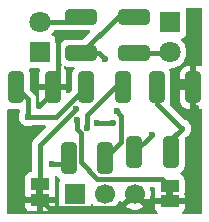
<source format=gbr>
%TF.GenerationSoftware,KiCad,Pcbnew,9.0.7*%
%TF.CreationDate,2026-01-19T15:41:53+08:00*%
%TF.ProjectId,mini-ir-blaster,6d696e69-2d69-4722-9d62-6c6173746572,rev?*%
%TF.SameCoordinates,Original*%
%TF.FileFunction,Copper,L2,Bot*%
%TF.FilePolarity,Positive*%
%FSLAX46Y46*%
G04 Gerber Fmt 4.6, Leading zero omitted, Abs format (unit mm)*
G04 Created by KiCad (PCBNEW 9.0.7) date 2026-01-19 15:41:53*
%MOMM*%
%LPD*%
G01*
G04 APERTURE LIST*
G04 Aperture macros list*
%AMRoundRect*
0 Rectangle with rounded corners*
0 $1 Rounding radius*
0 $2 $3 $4 $5 $6 $7 $8 $9 X,Y pos of 4 corners*
0 Add a 4 corners polygon primitive as box body*
4,1,4,$2,$3,$4,$5,$6,$7,$8,$9,$2,$3,0*
0 Add four circle primitives for the rounded corners*
1,1,$1+$1,$2,$3*
1,1,$1+$1,$4,$5*
1,1,$1+$1,$6,$7*
1,1,$1+$1,$8,$9*
0 Add four rect primitives between the rounded corners*
20,1,$1+$1,$2,$3,$4,$5,0*
20,1,$1+$1,$4,$5,$6,$7,0*
20,1,$1+$1,$6,$7,$8,$9,0*
20,1,$1+$1,$8,$9,$2,$3,0*%
G04 Aperture macros list end*
%TA.AperFunction,EtchedComponent*%
%ADD10C,0.000000*%
%TD*%
%TA.AperFunction,SMDPad,CuDef*%
%ADD11RoundRect,0.250000X-1.075000X0.400000X-1.075000X-0.400000X1.075000X-0.400000X1.075000X0.400000X0*%
%TD*%
%TA.AperFunction,SMDPad,CuDef*%
%ADD12RoundRect,0.250000X0.400000X1.075000X-0.400000X1.075000X-0.400000X-1.075000X0.400000X-1.075000X0*%
%TD*%
%TA.AperFunction,SMDPad,CuDef*%
%ADD13RoundRect,0.250000X-0.400000X-1.075000X0.400000X-1.075000X0.400000X1.075000X-0.400000X1.075000X0*%
%TD*%
%TA.AperFunction,SMDPad,CuDef*%
%ADD14RoundRect,0.250000X1.075000X-0.400000X1.075000X0.400000X-1.075000X0.400000X-1.075000X-0.400000X0*%
%TD*%
%TA.AperFunction,SMDPad,CuDef*%
%ADD15R,1.500000X1.000000*%
%TD*%
%TA.AperFunction,ComponentPad*%
%ADD16R,1.700000X1.700000*%
%TD*%
%TA.AperFunction,ComponentPad*%
%ADD17C,1.700000*%
%TD*%
%TA.AperFunction,ComponentPad*%
%ADD18C,1.800000*%
%TD*%
%TA.AperFunction,ComponentPad*%
%ADD19R,1.800000X1.800000*%
%TD*%
%TA.AperFunction,ViaPad*%
%ADD20C,0.600000*%
%TD*%
%TA.AperFunction,Conductor*%
%ADD21C,0.400000*%
%TD*%
G04 APERTURE END LIST*
D10*
%TA.AperFunction,EtchedComponent*%
%TO.C,JP3*%
G36*
X188300000Y-119750000D02*
G01*
X187700000Y-119750000D01*
X187700000Y-119250000D01*
X188300000Y-119250000D01*
X188300000Y-119750000D01*
G37*
%TD.AperFunction*%
%TA.AperFunction,EtchedComponent*%
%TO.C,JP2*%
G36*
X177300000Y-119600000D02*
G01*
X176700000Y-119600000D01*
X176700000Y-119100000D01*
X177300000Y-119100000D01*
X177300000Y-119600000D01*
G37*
%TD.AperFunction*%
%TD*%
D11*
%TO.P,R7,1*%
%TO.N,+5V*%
X185000000Y-104500000D03*
%TO.P,R7,2*%
%TO.N,Net-(D1-A)*%
X185000000Y-107600000D03*
%TD*%
D12*
%TO.P,R6,1*%
%TO.N,GND*%
X190000000Y-110500000D03*
%TO.P,R6,2*%
%TO.N,Net-(Q2-G)*%
X186900000Y-110500000D03*
%TD*%
%TO.P,R5,1*%
%TO.N,/PA1*%
X184000000Y-110500000D03*
%TO.P,R5,2*%
%TO.N,Net-(Q1-G)*%
X180900000Y-110500000D03*
%TD*%
D13*
%TO.P,R4,1*%
%TO.N,/PA2*%
X185000000Y-116000000D03*
%TO.P,R4,2*%
%TO.N,Net-(Q2-G)*%
X188100000Y-116000000D03*
%TD*%
D12*
%TO.P,R3,1*%
%TO.N,Net-(U1-PA3)*%
X182550000Y-116500000D03*
%TO.P,R3,2*%
%TO.N,Net-(D3-A)*%
X179450000Y-116500000D03*
%TD*%
D14*
%TO.P,R2,1*%
%TO.N,+5V*%
X180500000Y-107600000D03*
%TO.P,R2,2*%
%TO.N,Net-(D2-A)*%
X180500000Y-104500000D03*
%TD*%
D12*
%TO.P,R1,1*%
%TO.N,GND*%
X178100000Y-110500000D03*
%TO.P,R1,2*%
%TO.N,Net-(Q1-G)*%
X175000000Y-110500000D03*
%TD*%
D15*
%TO.P,JP3,1,A*%
%TO.N,Net-(JP3-A)*%
X188000000Y-118850000D03*
%TO.P,JP3,2,B*%
%TO.N,GND*%
X188000000Y-120150000D03*
%TD*%
%TO.P,JP2,1,A*%
%TO.N,Net-(JP2-A)*%
X177000000Y-118700000D03*
%TO.P,JP2,2,B*%
%TO.N,GND*%
X177000000Y-120000000D03*
%TD*%
D16*
%TO.P,J1,1,Pin_1*%
%TO.N,/UPDI*%
X179960000Y-119500000D03*
D17*
%TO.P,J1,2,Pin_2*%
%TO.N,+5V*%
X182500000Y-119500000D03*
%TO.P,J1,3,Pin_3*%
%TO.N,GND*%
X185040000Y-119500000D03*
%TD*%
D18*
%TO.P,D2,2,A*%
%TO.N,Net-(D2-A)*%
X177000000Y-104960000D03*
D19*
%TO.P,D2,1,K*%
%TO.N,Net-(D2-K)*%
X177000000Y-107500000D03*
%TD*%
%TO.P,D1,1,K*%
%TO.N,Net-(D1-K)*%
X188000000Y-104960000D03*
D18*
%TO.P,D1,2,A*%
%TO.N,Net-(D1-A)*%
X188000000Y-107500000D03*
%TD*%
D20*
%TO.N,GND*%
X190250000Y-112250000D03*
X177000000Y-112000000D03*
X178500000Y-106500000D03*
X188500000Y-110000000D03*
X175000000Y-117500000D03*
%TO.N,Net-(JP3-A)*%
X180134949Y-113244950D03*
%TO.N,+5V*%
X182500000Y-108125000D03*
%TO.N,Net-(JP2-A)*%
X180054949Y-112335000D03*
%TO.N,/PA1*%
X181010516Y-113915785D03*
%TO.N,Net-(Q2-G)*%
X189000000Y-114000000D03*
%TO.N,/PA2*%
X186500000Y-114500000D03*
%TO.N,Net-(U1-PA3)*%
X183500000Y-112500000D03*
%TO.N,Net-(Q1-G)*%
X176000000Y-113000000D03*
%TO.N,Net-(D3-A)*%
X178000000Y-117000000D03*
%TO.N,/UPDI*%
X183200000Y-113500000D03*
X181800000Y-113500000D03*
%TD*%
D21*
%TO.N,GND*%
X190000000Y-112000000D02*
X190250000Y-112250000D01*
X190000000Y-110500000D02*
X190000000Y-112000000D01*
X178100000Y-110900000D02*
X177000000Y-112000000D01*
X178100000Y-110500000D02*
X178100000Y-110900000D01*
X178500000Y-110100000D02*
X178500000Y-106500000D01*
X178100000Y-110500000D02*
X178500000Y-110100000D01*
X188500000Y-110000000D02*
X189500000Y-110000000D01*
X189500000Y-110000000D02*
X190000000Y-110500000D01*
X175000000Y-119150000D02*
X175000000Y-117500000D01*
X175850000Y-120000000D02*
X175000000Y-119150000D01*
X177000000Y-120000000D02*
X175850000Y-120000000D01*
%TO.N,Net-(JP3-A)*%
X188000000Y-118850000D02*
X187376000Y-118226000D01*
X187376000Y-118226000D02*
X181873420Y-118226000D01*
X181873420Y-118226000D02*
X180500000Y-116852580D01*
X180500000Y-116852580D02*
X180500000Y-114396633D01*
X180500000Y-114396633D02*
X180134949Y-114031582D01*
X180134949Y-114031582D02*
X180134949Y-113244950D01*
%TO.N,Net-(D1-A)*%
X185000000Y-107600000D02*
X187900000Y-107600000D01*
X187900000Y-107600000D02*
X188000000Y-107500000D01*
%TO.N,+5V*%
X181975000Y-107600000D02*
X182500000Y-108125000D01*
X180500000Y-107600000D02*
X181975000Y-107600000D01*
X185000000Y-104500000D02*
X183600000Y-104500000D01*
X183600000Y-104500000D02*
X180500000Y-107600000D01*
%TO.N,Net-(D2-A)*%
X177000000Y-104960000D02*
X180040000Y-104960000D01*
X180040000Y-104960000D02*
X180500000Y-104500000D01*
%TO.N,Net-(JP2-A)*%
X177000000Y-115389949D02*
X180054949Y-112335000D01*
X177000000Y-118700000D02*
X177000000Y-115389949D01*
%TO.N,/PA1*%
X181010516Y-112839484D02*
X181010516Y-113915785D01*
X183350000Y-110500000D02*
X181010516Y-112839484D01*
X184000000Y-110500000D02*
X183350000Y-110500000D01*
%TO.N,Net-(Q2-G)*%
X189000000Y-114000000D02*
X186900000Y-111900000D01*
X186900000Y-111900000D02*
X186900000Y-110500000D01*
X188100000Y-114900000D02*
X189000000Y-114000000D01*
X188100000Y-116000000D02*
X188100000Y-114900000D01*
%TO.N,/PA2*%
X185000000Y-116000000D02*
X186500000Y-114500000D01*
%TO.N,Net-(U1-PA3)*%
X183901000Y-112901000D02*
X183500000Y-112500000D01*
X183901000Y-115149000D02*
X183901000Y-112901000D01*
X182550000Y-116500000D02*
X183901000Y-115149000D01*
%TO.N,Net-(Q1-G)*%
X180900000Y-110500000D02*
X178400000Y-113000000D01*
X178400000Y-113000000D02*
X176000000Y-113000000D01*
X176000000Y-113000000D02*
X176000000Y-111500000D01*
X176000000Y-111500000D02*
X175000000Y-110500000D01*
%TO.N,GND*%
X185040000Y-119500000D02*
X185690000Y-120150000D01*
X185690000Y-120150000D02*
X188000000Y-120150000D01*
X177000000Y-120000000D02*
X177751000Y-120751000D01*
X177751000Y-120751000D02*
X183789000Y-120751000D01*
X183789000Y-120751000D02*
X185040000Y-119500000D01*
%TO.N,Net-(D3-A)*%
X178950000Y-117000000D02*
X179450000Y-116500000D01*
X178000000Y-117000000D02*
X178950000Y-117000000D01*
%TO.N,/UPDI*%
X181800000Y-113500000D02*
X183200000Y-113500000D01*
%TD*%
%TA.AperFunction,Conductor*%
%TO.N,GND*%
G36*
X190692539Y-103770185D02*
G01*
X190738294Y-103822989D01*
X190749500Y-103874500D01*
X190749500Y-108578988D01*
X190729815Y-108646027D01*
X190677011Y-108691782D01*
X190607853Y-108701726D01*
X190586498Y-108696694D01*
X190552704Y-108685496D01*
X190552690Y-108685493D01*
X190449986Y-108675000D01*
X190250000Y-108675000D01*
X190250000Y-112324999D01*
X190449972Y-112324999D01*
X190449986Y-112324998D01*
X190552697Y-112314505D01*
X190586496Y-112303306D01*
X190656324Y-112300904D01*
X190716366Y-112336636D01*
X190747559Y-112399156D01*
X190749500Y-112421012D01*
X190749500Y-121125500D01*
X190729815Y-121192539D01*
X190677011Y-121238294D01*
X190625500Y-121249500D01*
X189156060Y-121249500D01*
X189089021Y-121229815D01*
X189043266Y-121177011D01*
X189033322Y-121107853D01*
X189062347Y-121044297D01*
X189081748Y-121026234D01*
X189107190Y-121007187D01*
X189193350Y-120892093D01*
X189193354Y-120892086D01*
X189243596Y-120757379D01*
X189243598Y-120757372D01*
X189249999Y-120697844D01*
X189250000Y-120697827D01*
X189250000Y-120400000D01*
X186750000Y-120400000D01*
X186750000Y-120697844D01*
X186756401Y-120757372D01*
X186756403Y-120757379D01*
X186806645Y-120892086D01*
X186806649Y-120892093D01*
X186892809Y-121007187D01*
X186918252Y-121026234D01*
X186960122Y-121082168D01*
X186965106Y-121151860D01*
X186931620Y-121213182D01*
X186870297Y-121246667D01*
X186843940Y-121249500D01*
X174374500Y-121249500D01*
X174307461Y-121229815D01*
X174261706Y-121177011D01*
X174250500Y-121125500D01*
X174250500Y-120547844D01*
X175750000Y-120547844D01*
X175756401Y-120607372D01*
X175756403Y-120607379D01*
X175806645Y-120742086D01*
X175806649Y-120742093D01*
X175892809Y-120857187D01*
X175892812Y-120857190D01*
X176007906Y-120943350D01*
X176007913Y-120943354D01*
X176142620Y-120993596D01*
X176142627Y-120993598D01*
X176202155Y-120999999D01*
X176202172Y-121000000D01*
X176750000Y-121000000D01*
X177250000Y-121000000D01*
X177797828Y-121000000D01*
X177797844Y-120999999D01*
X177857372Y-120993598D01*
X177857379Y-120993596D01*
X177992086Y-120943354D01*
X177992093Y-120943350D01*
X178107187Y-120857190D01*
X178107190Y-120857187D01*
X178193350Y-120742093D01*
X178193354Y-120742086D01*
X178243596Y-120607379D01*
X178243598Y-120607372D01*
X178249999Y-120547844D01*
X178250000Y-120547827D01*
X178250000Y-120250000D01*
X177250000Y-120250000D01*
X177250000Y-121000000D01*
X176750000Y-121000000D01*
X176750000Y-120250000D01*
X175750000Y-120250000D01*
X175750000Y-120547844D01*
X174250500Y-120547844D01*
X174250500Y-112421537D01*
X174270185Y-112354498D01*
X174322989Y-112308743D01*
X174392147Y-112298799D01*
X174413496Y-112303829D01*
X174447203Y-112314999D01*
X174549991Y-112325500D01*
X175175500Y-112325499D01*
X175184186Y-112328049D01*
X175193147Y-112326761D01*
X175217183Y-112337738D01*
X175242539Y-112345183D01*
X175248467Y-112352025D01*
X175256703Y-112355786D01*
X175270989Y-112378017D01*
X175288294Y-112397987D01*
X175290581Y-112408502D01*
X175294477Y-112414564D01*
X175299500Y-112449499D01*
X175299500Y-112574684D01*
X175290061Y-112622136D01*
X175230264Y-112766498D01*
X175230261Y-112766510D01*
X175199500Y-112921153D01*
X175199500Y-113078846D01*
X175230261Y-113233489D01*
X175230264Y-113233501D01*
X175290602Y-113379172D01*
X175290609Y-113379185D01*
X175378210Y-113510288D01*
X175378213Y-113510292D01*
X175489707Y-113621786D01*
X175489711Y-113621789D01*
X175620814Y-113709390D01*
X175620827Y-113709397D01*
X175758683Y-113766498D01*
X175766503Y-113769737D01*
X175921153Y-113800499D01*
X175921156Y-113800500D01*
X175921158Y-113800500D01*
X176078844Y-113800500D01*
X176078845Y-113800499D01*
X176233497Y-113769737D01*
X176328794Y-113730264D01*
X176377864Y-113709939D01*
X176425316Y-113700500D01*
X177399430Y-113700500D01*
X177466469Y-113720185D01*
X177512224Y-113772989D01*
X177522168Y-113842147D01*
X177493143Y-113905703D01*
X177487111Y-113912181D01*
X176455890Y-114943400D01*
X176455887Y-114943403D01*
X176406440Y-115017408D01*
X176406439Y-115017409D01*
X176379229Y-115058129D01*
X176379221Y-115058144D01*
X176326421Y-115185616D01*
X176326418Y-115185626D01*
X176299500Y-115320953D01*
X176299500Y-117577648D01*
X176279815Y-117644687D01*
X176227011Y-117690442D01*
X176188755Y-117700938D01*
X176142516Y-117705909D01*
X176007671Y-117756202D01*
X176007664Y-117756206D01*
X175892455Y-117842452D01*
X175892452Y-117842455D01*
X175806206Y-117957664D01*
X175806202Y-117957671D01*
X175755908Y-118092517D01*
X175749782Y-118149500D01*
X175749501Y-118152123D01*
X175749500Y-118152135D01*
X175749500Y-119247870D01*
X175749501Y-119247876D01*
X175755909Y-119307487D01*
X175757692Y-119315031D01*
X175756438Y-119315327D01*
X175760856Y-119377069D01*
X175756864Y-119390664D01*
X175756401Y-119392624D01*
X175750000Y-119452155D01*
X175750000Y-119750000D01*
X178250000Y-119750000D01*
X178250000Y-119452172D01*
X178249999Y-119452155D01*
X178243598Y-119392627D01*
X178241814Y-119385076D01*
X178243459Y-119384687D01*
X178239143Y-119324361D01*
X178244058Y-119307619D01*
X178244091Y-119307481D01*
X178244142Y-119307007D01*
X178250500Y-119247873D01*
X178250499Y-118152128D01*
X178250096Y-118148380D01*
X178262494Y-118079621D01*
X178310099Y-118028479D01*
X178377797Y-118011193D01*
X178444093Y-118033250D01*
X178461065Y-118047433D01*
X178581344Y-118167712D01*
X178646803Y-118208087D01*
X178693528Y-118260035D01*
X178704751Y-118328997D01*
X178680976Y-118387934D01*
X178666205Y-118407665D01*
X178666202Y-118407671D01*
X178615908Y-118542517D01*
X178609501Y-118602116D01*
X178609500Y-118602135D01*
X178609500Y-120397870D01*
X178609501Y-120397876D01*
X178615908Y-120457483D01*
X178666202Y-120592328D01*
X178666206Y-120592335D01*
X178752452Y-120707544D01*
X178752455Y-120707547D01*
X178867664Y-120793793D01*
X178867671Y-120793797D01*
X179002517Y-120844091D01*
X179002516Y-120844091D01*
X179009444Y-120844835D01*
X179062127Y-120850500D01*
X180857872Y-120850499D01*
X180917483Y-120844091D01*
X181052331Y-120793796D01*
X181167546Y-120707546D01*
X181253796Y-120592331D01*
X181302810Y-120460916D01*
X181344681Y-120404984D01*
X181410145Y-120380566D01*
X181478418Y-120395417D01*
X181506673Y-120416569D01*
X181620213Y-120530109D01*
X181792179Y-120655048D01*
X181792181Y-120655049D01*
X181792184Y-120655051D01*
X181981588Y-120751557D01*
X182183757Y-120817246D01*
X182393713Y-120850500D01*
X182393714Y-120850500D01*
X182606286Y-120850500D01*
X182606287Y-120850500D01*
X182816243Y-120817246D01*
X183018412Y-120751557D01*
X183207816Y-120655051D01*
X183262572Y-120615269D01*
X183379786Y-120530109D01*
X183379788Y-120530106D01*
X183379792Y-120530104D01*
X183530104Y-120379792D01*
X183530106Y-120379788D01*
X183530109Y-120379786D01*
X183615890Y-120261717D01*
X183655051Y-120207816D01*
X183659793Y-120198508D01*
X183707763Y-120147711D01*
X183775583Y-120130911D01*
X183841719Y-120153445D01*
X183880763Y-120198500D01*
X183885373Y-120207547D01*
X183924728Y-120261716D01*
X184557036Y-119629407D01*
X184574075Y-119692993D01*
X184639901Y-119807007D01*
X184732993Y-119900099D01*
X184847007Y-119965925D01*
X184910590Y-119982962D01*
X184278282Y-120615269D01*
X184278282Y-120615270D01*
X184332449Y-120654624D01*
X184521782Y-120751095D01*
X184723870Y-120816757D01*
X184933754Y-120850000D01*
X185146246Y-120850000D01*
X185356127Y-120816757D01*
X185356130Y-120816757D01*
X185558217Y-120751095D01*
X185747554Y-120654622D01*
X185801716Y-120615270D01*
X185801717Y-120615270D01*
X185169408Y-119982962D01*
X185232993Y-119965925D01*
X185347007Y-119900099D01*
X185440099Y-119807007D01*
X185505925Y-119692993D01*
X185522962Y-119629409D01*
X186155270Y-120261717D01*
X186155270Y-120261716D01*
X186194622Y-120207554D01*
X186291095Y-120018217D01*
X186356757Y-119816130D01*
X186356757Y-119816127D01*
X186390000Y-119606246D01*
X186390000Y-119393753D01*
X186356757Y-119183872D01*
X186356757Y-119183869D01*
X186325873Y-119088818D01*
X186325069Y-119060698D01*
X186321066Y-119032853D01*
X186324085Y-119026241D01*
X186323878Y-119018977D01*
X186338404Y-118994887D01*
X186350091Y-118969297D01*
X186356204Y-118965367D01*
X186359958Y-118959144D01*
X186385204Y-118946731D01*
X186408869Y-118931523D01*
X186419139Y-118930046D01*
X186422659Y-118928316D01*
X186443804Y-118926500D01*
X186625501Y-118926500D01*
X186692540Y-118946185D01*
X186738295Y-118998989D01*
X186749501Y-119050500D01*
X186749501Y-119397876D01*
X186755909Y-119457487D01*
X186757692Y-119465031D01*
X186756438Y-119465327D01*
X186760856Y-119527069D01*
X186756864Y-119540664D01*
X186756401Y-119542624D01*
X186750000Y-119602155D01*
X186750000Y-119900000D01*
X189250000Y-119900000D01*
X189250000Y-119602172D01*
X189249999Y-119602155D01*
X189243598Y-119542627D01*
X189241814Y-119535076D01*
X189243459Y-119534687D01*
X189239143Y-119474361D01*
X189244058Y-119457619D01*
X189244091Y-119457481D01*
X189246597Y-119434174D01*
X189250500Y-119397873D01*
X189250499Y-118302128D01*
X189244091Y-118242517D01*
X189231249Y-118208087D01*
X189193797Y-118107671D01*
X189193793Y-118107664D01*
X189107547Y-117992455D01*
X189107544Y-117992452D01*
X188992335Y-117906206D01*
X188992329Y-117906203D01*
X188974194Y-117899439D01*
X188918261Y-117857567D01*
X188893844Y-117792102D01*
X188908696Y-117723830D01*
X188952432Y-117677718D01*
X188968656Y-117667712D01*
X189092712Y-117543656D01*
X189184814Y-117394334D01*
X189239999Y-117227797D01*
X189250500Y-117125009D01*
X189250499Y-114874992D01*
X189248874Y-114859089D01*
X189261642Y-114790399D01*
X189309521Y-114739513D01*
X189324769Y-114731930D01*
X189379179Y-114709394D01*
X189510289Y-114621789D01*
X189621789Y-114510289D01*
X189709394Y-114379179D01*
X189769737Y-114233497D01*
X189800500Y-114078842D01*
X189800500Y-113921158D01*
X189800500Y-113921155D01*
X189800499Y-113921153D01*
X189791957Y-113878210D01*
X189769737Y-113766503D01*
X189769735Y-113766498D01*
X189709397Y-113620827D01*
X189709390Y-113620814D01*
X189621789Y-113489711D01*
X189621786Y-113489707D01*
X189510292Y-113378213D01*
X189510288Y-113378210D01*
X189379185Y-113290609D01*
X189379176Y-113290604D01*
X189234812Y-113230807D01*
X189194584Y-113203927D01*
X188611478Y-112620821D01*
X188014050Y-112023394D01*
X187980566Y-111962072D01*
X187984026Y-111896710D01*
X187984812Y-111894336D01*
X187984814Y-111894334D01*
X188039999Y-111727797D01*
X188050500Y-111625009D01*
X188050500Y-111624986D01*
X188850001Y-111624986D01*
X188860494Y-111727697D01*
X188915641Y-111894119D01*
X188915643Y-111894124D01*
X189007684Y-112043345D01*
X189131654Y-112167315D01*
X189280875Y-112259356D01*
X189280880Y-112259358D01*
X189447302Y-112314505D01*
X189447309Y-112314506D01*
X189550019Y-112324999D01*
X189749999Y-112324999D01*
X189750000Y-112324998D01*
X189750000Y-110750000D01*
X188850001Y-110750000D01*
X188850001Y-111624986D01*
X188050500Y-111624986D01*
X188050499Y-110250000D01*
X188050499Y-109375013D01*
X188850000Y-109375013D01*
X188850000Y-110250000D01*
X189750000Y-110250000D01*
X189750000Y-108675000D01*
X189550029Y-108675000D01*
X189550012Y-108675001D01*
X189447302Y-108685494D01*
X189280880Y-108740641D01*
X189280875Y-108740643D01*
X189131654Y-108832684D01*
X189007684Y-108956654D01*
X188915643Y-109105875D01*
X188915641Y-109105880D01*
X188860494Y-109272302D01*
X188860493Y-109272309D01*
X188850000Y-109375013D01*
X188050499Y-109375013D01*
X188050499Y-109374998D01*
X188050498Y-109374981D01*
X188039999Y-109272203D01*
X188039998Y-109272200D01*
X187984814Y-109105666D01*
X187974901Y-109089594D01*
X187956462Y-109022205D01*
X187977384Y-108955541D01*
X188031026Y-108910771D01*
X188080441Y-108900500D01*
X188110221Y-108900500D01*
X188110222Y-108900500D01*
X188327951Y-108866015D01*
X188537606Y-108797895D01*
X188734022Y-108697815D01*
X188912365Y-108568242D01*
X189068242Y-108412365D01*
X189197815Y-108234022D01*
X189297895Y-108037606D01*
X189366015Y-107827951D01*
X189400500Y-107610222D01*
X189400500Y-107389778D01*
X189366015Y-107172049D01*
X189325451Y-107047203D01*
X189297896Y-106962396D01*
X189297895Y-106962393D01*
X189256252Y-106880666D01*
X189197815Y-106765978D01*
X189158305Y-106711597D01*
X189068247Y-106587641D01*
X189068243Y-106587636D01*
X189018071Y-106537464D01*
X188984586Y-106476141D01*
X188989570Y-106406449D01*
X189031442Y-106350516D01*
X189062420Y-106333601D01*
X189142326Y-106303798D01*
X189142326Y-106303797D01*
X189142331Y-106303796D01*
X189257546Y-106217546D01*
X189343796Y-106102331D01*
X189394091Y-105967483D01*
X189400500Y-105907873D01*
X189400499Y-104012128D01*
X189394453Y-103955886D01*
X189394091Y-103952516D01*
X189381155Y-103917833D01*
X189376171Y-103848141D01*
X189409656Y-103786818D01*
X189470980Y-103753334D01*
X189497337Y-103750500D01*
X190625500Y-103750500D01*
X190692539Y-103770185D01*
G37*
%TD.AperFunction*%
%TA.AperFunction,Conductor*%
G36*
X179175777Y-108708046D02*
G01*
X179272203Y-108739999D01*
X179374991Y-108750500D01*
X179813924Y-108750499D01*
X179880962Y-108770183D01*
X179926717Y-108822987D01*
X179936661Y-108892146D01*
X179911191Y-108951407D01*
X179907292Y-108956337D01*
X179815187Y-109105663D01*
X179815185Y-109105668D01*
X179815115Y-109105880D01*
X179760001Y-109272203D01*
X179760001Y-109272204D01*
X179760000Y-109272204D01*
X179749500Y-109374983D01*
X179749500Y-110608479D01*
X179729815Y-110675518D01*
X179713181Y-110696160D01*
X179461680Y-110947660D01*
X179400357Y-110981145D01*
X179330665Y-110976161D01*
X179274732Y-110934289D01*
X179250315Y-110868825D01*
X179249999Y-110859978D01*
X179250000Y-110750000D01*
X176950001Y-110750000D01*
X176950001Y-111624986D01*
X176960494Y-111727697D01*
X177015641Y-111894119D01*
X177015643Y-111894124D01*
X177107684Y-112043345D01*
X177152158Y-112087819D01*
X177185643Y-112149142D01*
X177180659Y-112218834D01*
X177138787Y-112274767D01*
X177073323Y-112299184D01*
X177064477Y-112299500D01*
X176824500Y-112299500D01*
X176757461Y-112279815D01*
X176711706Y-112227011D01*
X176700500Y-112175500D01*
X176700500Y-111431004D01*
X176673581Y-111295677D01*
X176673580Y-111295676D01*
X176673580Y-111295672D01*
X176673578Y-111295667D01*
X176620778Y-111168195D01*
X176620774Y-111168188D01*
X176589094Y-111120775D01*
X176544114Y-111053457D01*
X176544112Y-111053454D01*
X176186818Y-110696160D01*
X176153333Y-110634837D01*
X176150499Y-110608479D01*
X176150499Y-109374998D01*
X176150498Y-109374981D01*
X176139999Y-109272203D01*
X176139998Y-109272200D01*
X176084814Y-109105666D01*
X176074903Y-109089597D01*
X176074901Y-109089594D01*
X176056462Y-109022201D01*
X176077386Y-108955538D01*
X176131029Y-108910769D01*
X176180436Y-108900499D01*
X176920147Y-108900499D01*
X176987185Y-108920184D01*
X177032940Y-108972988D01*
X177042884Y-109042146D01*
X177025685Y-109089595D01*
X177015646Y-109105871D01*
X177015641Y-109105880D01*
X176960494Y-109272302D01*
X176960493Y-109272309D01*
X176950000Y-109375013D01*
X176950000Y-110250000D01*
X179249999Y-110250000D01*
X179249999Y-109375028D01*
X179249998Y-109375013D01*
X179239505Y-109272302D01*
X179184358Y-109105880D01*
X179184356Y-109105875D01*
X179092315Y-108956654D01*
X179049095Y-108913434D01*
X179015610Y-108852111D01*
X179020594Y-108782419D01*
X179062466Y-108726486D01*
X179127930Y-108702069D01*
X179175777Y-108708046D01*
G37*
%TD.AperFunction*%
%TA.AperFunction,Conductor*%
G36*
X181226520Y-105670184D02*
G01*
X181272275Y-105722988D01*
X181282219Y-105792146D01*
X181253194Y-105855702D01*
X181247162Y-105862180D01*
X180696160Y-106413181D01*
X180634837Y-106446666D01*
X180608479Y-106449500D01*
X179374998Y-106449500D01*
X179374981Y-106449501D01*
X179272203Y-106460000D01*
X179272200Y-106460001D01*
X179105668Y-106515185D01*
X179105663Y-106515187D01*
X178956342Y-106607289D01*
X178832289Y-106731342D01*
X178740187Y-106880663D01*
X178740186Y-106880666D01*
X178685001Y-107047203D01*
X178685001Y-107047204D01*
X178685000Y-107047204D01*
X178674500Y-107149983D01*
X178674500Y-108050001D01*
X178674501Y-108050019D01*
X178685000Y-108152796D01*
X178685001Y-108152799D01*
X178711916Y-108234022D01*
X178740186Y-108319334D01*
X178819468Y-108447872D01*
X178832289Y-108468657D01*
X178875634Y-108512002D01*
X178909119Y-108573325D01*
X178904135Y-108643017D01*
X178862263Y-108698950D01*
X178796799Y-108723367D01*
X178748950Y-108717389D01*
X178652700Y-108685495D01*
X178652690Y-108685493D01*
X178549986Y-108675000D01*
X178510205Y-108675000D01*
X178443166Y-108655315D01*
X178397411Y-108602511D01*
X178387467Y-108533353D01*
X178394021Y-108507673D01*
X178394090Y-108507486D01*
X178394091Y-108507483D01*
X178398265Y-108468657D01*
X178400500Y-108447873D01*
X178400499Y-106552128D01*
X178394091Y-106492517D01*
X178387983Y-106476141D01*
X178343797Y-106357671D01*
X178343793Y-106357664D01*
X178257547Y-106242455D01*
X178257544Y-106242452D01*
X178142335Y-106156206D01*
X178142328Y-106156202D01*
X178062419Y-106126398D01*
X178006485Y-106084527D01*
X177982068Y-106019062D01*
X177996920Y-105950789D01*
X178018069Y-105922537D01*
X178068242Y-105872365D01*
X178185034Y-105711613D01*
X178240362Y-105668949D01*
X178285351Y-105660500D01*
X180108995Y-105660500D01*
X180129109Y-105656498D01*
X180147289Y-105652881D01*
X180171482Y-105650499D01*
X181159481Y-105650499D01*
X181226520Y-105670184D01*
G37*
%TD.AperFunction*%
%TD*%
M02*

</source>
